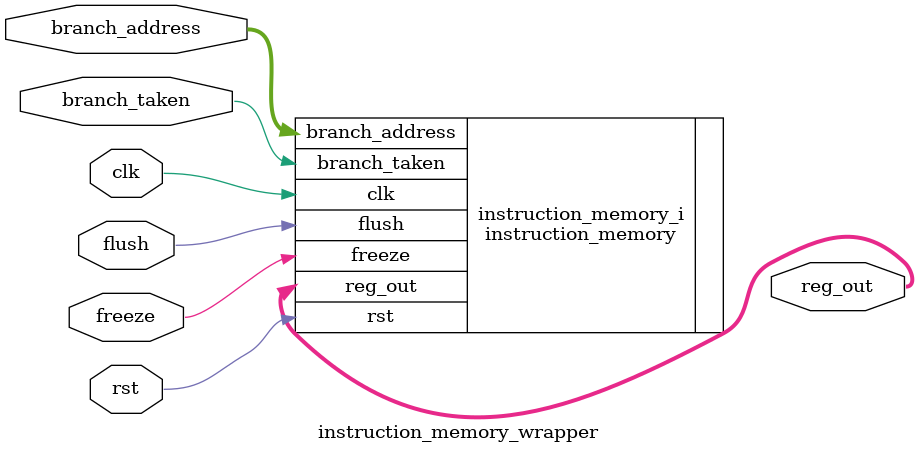
<source format=v>
`timescale 1 ps / 1 ps

module instruction_memory_wrapper
   (branch_address,
    branch_taken,
    clk,
    flush,
    freeze,
    reg_out,
    rst);
  input [31:0]branch_address;
  input branch_taken;
  input clk;
  input flush;
  input freeze;
  output [63:0]reg_out;
  input rst;

  wire [31:0]branch_address;
  wire branch_taken;
  wire clk;
  wire flush;
  wire freeze;
  wire [63:0]reg_out;
  wire rst;

  instruction_memory instruction_memory_i
       (.branch_address(branch_address),
        .branch_taken(branch_taken),
        .clk(clk),
        .flush(flush),
        .freeze(freeze),
        .reg_out(reg_out),
        .rst(rst));
endmodule

</source>
